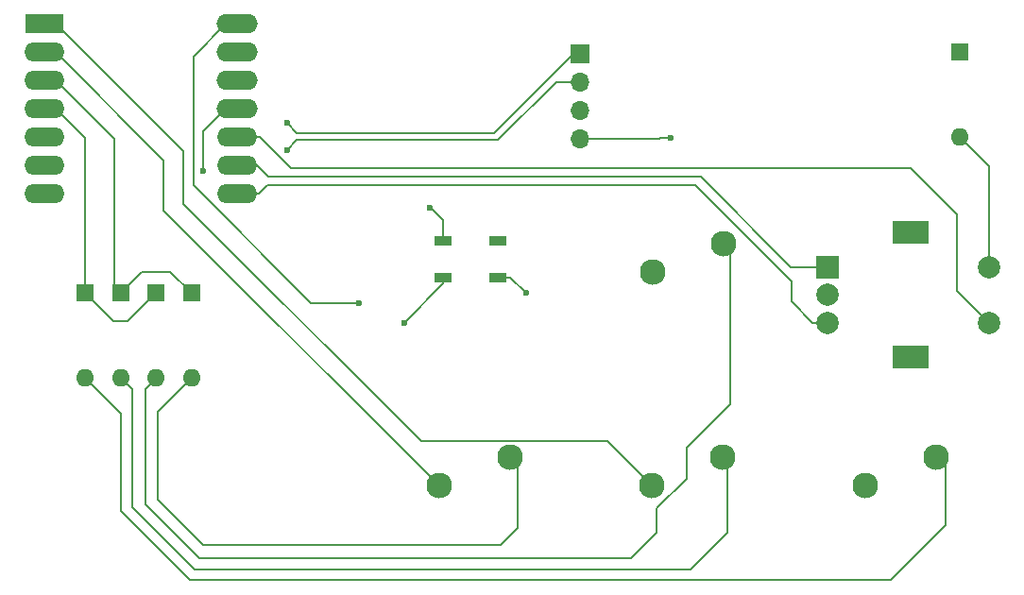
<source format=gbr>
%TF.GenerationSoftware,KiCad,Pcbnew,8.0.0*%
%TF.CreationDate,2024-10-07T09:35:36-04:00*%
%TF.ProjectId,orpheuspad_pcb,6f727068-6575-4737-9061-645f7063622e,rev?*%
%TF.SameCoordinates,Original*%
%TF.FileFunction,Copper,L1,Top*%
%TF.FilePolarity,Positive*%
%FSLAX46Y46*%
G04 Gerber Fmt 4.6, Leading zero omitted, Abs format (unit mm)*
G04 Created by KiCad (PCBNEW 8.0.0) date 2024-10-07 09:35:36*
%MOMM*%
%LPD*%
G01*
G04 APERTURE LIST*
%TA.AperFunction,ComponentPad*%
%ADD10R,1.600000X1.600000*%
%TD*%
%TA.AperFunction,ComponentPad*%
%ADD11O,1.600000X1.600000*%
%TD*%
%TA.AperFunction,ComponentPad*%
%ADD12R,3.500000X1.700000*%
%TD*%
%TA.AperFunction,ComponentPad*%
%ADD13O,3.600000X1.700000*%
%TD*%
%TA.AperFunction,ComponentPad*%
%ADD14O,3.700000X1.700000*%
%TD*%
%TA.AperFunction,ComponentPad*%
%ADD15R,1.700000X1.700000*%
%TD*%
%TA.AperFunction,ComponentPad*%
%ADD16O,1.700000X1.700000*%
%TD*%
%TA.AperFunction,ComponentPad*%
%ADD17C,2.300000*%
%TD*%
%TA.AperFunction,SMDPad,CuDef*%
%ADD18R,1.500000X0.900000*%
%TD*%
%TA.AperFunction,ComponentPad*%
%ADD19R,2.000000X2.000000*%
%TD*%
%TA.AperFunction,ComponentPad*%
%ADD20C,2.000000*%
%TD*%
%TA.AperFunction,ComponentPad*%
%ADD21R,3.200000X2.000000*%
%TD*%
%TA.AperFunction,ViaPad*%
%ADD22C,0.600000*%
%TD*%
%TA.AperFunction,Conductor*%
%ADD23C,0.200000*%
%TD*%
G04 APERTURE END LIST*
D10*
%TO.P,D4,1,K*%
%TO.N,ROW1*%
X110331250Y-99695000D03*
D11*
%TO.P,D4,2,A*%
%TO.N,Net-(D4-A)*%
X110331250Y-107315000D03*
%TD*%
D12*
%TO.P,U1,1,PA02_A0_D0*%
%TO.N,COL1*%
X103511000Y-75565000D03*
D13*
%TO.P,U1,2,PA4_A1_D1*%
%TO.N,COL0*%
X103511000Y-78105000D03*
%TO.P,U1,3,PA10_A2_D2*%
%TO.N,ROW1*%
X103511000Y-80645000D03*
%TO.P,U1,4,PA11_A3_D3*%
%TO.N,ROW0*%
X103511000Y-83185000D03*
%TO.P,U1,5,PA8_A4_D4_SDA*%
%TO.N,SDA*%
X103511000Y-85725000D03*
%TO.P,U1,6,PA9_A5_D5_SCL*%
%TO.N,SCL*%
X103511000Y-88265000D03*
%TO.P,U1,7,PB08_A6_D6_TX*%
%TO.N,unconnected-(U1-PB08_A6_D6_TX-Pad7)*%
X103511000Y-90805000D03*
%TO.P,U1,8,PB09_A7_D7_RX*%
%TO.N,EC11B*%
X120761000Y-90805000D03*
%TO.P,U1,9,PA7_A8_D8_SCK*%
%TO.N,EC11A*%
X120761000Y-88265000D03*
%TO.P,U1,10,PA5_A9_D9_MISO*%
%TO.N,COL2*%
X120761000Y-85725000D03*
D14*
%TO.P,U1,11,PA6_A10_D10_MOSI*%
%TO.N,WS2812B*%
X120761000Y-83185000D03*
%TO.P,U1,12,3V3*%
%TO.N,unconnected-(U1-3V3-Pad12)*%
X120761000Y-80645000D03*
%TO.P,U1,13,GND*%
%TO.N,GND*%
X120761000Y-78105000D03*
%TO.P,U1,14,5V*%
%TO.N,VCC*%
X120761000Y-75565000D03*
%TD*%
D10*
%TO.P,D1,1,K*%
%TO.N,ROW0*%
X113506250Y-99695000D03*
D11*
%TO.P,D1,2,A*%
%TO.N,Net-(D1-A)*%
X113506250Y-107315000D03*
%TD*%
D15*
%TO.P,J1,1,Pin_1*%
%TO.N,SDA*%
X151511000Y-78232000D03*
D16*
%TO.P,J1,2,Pin_2*%
%TO.N,SCL*%
X151511000Y-80772000D03*
%TO.P,J1,3,Pin_3*%
%TO.N,VCC*%
X151511000Y-83312000D03*
%TO.P,J1,4,Pin_4*%
%TO.N,GND*%
X151511000Y-85852000D03*
%TD*%
D17*
%TO.P,SW4,1,1*%
%TO.N,COL1*%
X157928000Y-116935250D03*
%TO.P,SW4,2,2*%
%TO.N,Net-(D4-A)*%
X164278000Y-114395250D03*
%TD*%
%TO.P,SW5,1,1*%
%TO.N,COL1*%
X177105000Y-116935250D03*
%TO.P,SW5,2,2*%
%TO.N,Net-(D2-A)*%
X183455000Y-114395250D03*
%TD*%
D18*
%TO.P,D6,1,VDD*%
%TO.N,VCC*%
X144145000Y-98296000D03*
%TO.P,D6,2,DOUT*%
%TO.N,unconnected-(D6-DOUT-Pad2)*%
X144145000Y-94996000D03*
%TO.P,D6,3,VSS*%
%TO.N,GND*%
X139245000Y-94996000D03*
%TO.P,D6,4,DIN*%
%TO.N,Net-(D5-DOUT)*%
X139245000Y-98296000D03*
%TD*%
D10*
%TO.P,D2,1,K*%
%TO.N,ROW0*%
X107156250Y-99695000D03*
D11*
%TO.P,D2,2,A*%
%TO.N,Net-(D2-A)*%
X107156250Y-107315000D03*
%TD*%
D19*
%TO.P,ENCODER,A,A*%
%TO.N,EC11A*%
X173669000Y-97365750D03*
D20*
%TO.P,ENCODER,B,B*%
%TO.N,EC11B*%
X173669000Y-102365750D03*
%TO.P,ENCODER,C,C*%
%TO.N,GND*%
X173669000Y-99865750D03*
D21*
%TO.P,ENCODER,MP*%
%TO.N,N/C*%
X181169000Y-94265750D03*
X181169000Y-105465750D03*
D20*
%TO.P,ENCODER,S1,S1*%
%TO.N,COL2*%
X188169000Y-102365750D03*
%TO.P,ENCODER,S2,S2*%
%TO.N,EC11SWA*%
X188169000Y-97365750D03*
%TD*%
D10*
%TO.P,D3,1,K*%
%TO.N,ROW1*%
X116681250Y-99695000D03*
D11*
%TO.P,D3,2,A*%
%TO.N,Net-(D3-A)*%
X116681250Y-107315000D03*
%TD*%
D10*
%TO.P,D9,1,K*%
%TO.N,ROW0*%
X185547000Y-78105000D03*
D11*
%TO.P,D9,2,A*%
%TO.N,EC11SWA*%
X185547000Y-85725000D03*
%TD*%
D17*
%TO.P,SW3,1,1*%
%TO.N,COL0*%
X138878000Y-116980000D03*
%TO.P,SW3,2,2*%
%TO.N,Net-(D3-A)*%
X145228000Y-114440000D03*
%TD*%
%TO.P,SW2,1,1*%
%TO.N,COL0*%
X157988000Y-97790000D03*
%TO.P,SW2,2,2*%
%TO.N,Net-(D1-A)*%
X164338000Y-95250000D03*
%TD*%
D22*
%TO.N,GND*%
X138080750Y-92043250D03*
X159647125Y-85843875D03*
%TO.N,VCC*%
X146685000Y-99695000D03*
X131701000Y-100584000D03*
%TO.N,SDA*%
X125222000Y-84455000D03*
%TO.N,SCL*%
X125222000Y-86875000D03*
%TO.N,WS2812B*%
X117729000Y-88773000D03*
%TO.N,Net-(D5-DOUT)*%
X135731250Y-102393750D03*
%TD*%
D23*
%TO.N,EC11SWA*%
X188169000Y-97365750D02*
X188200000Y-97334750D01*
X188200000Y-97334750D02*
X188200000Y-88378000D01*
X188200000Y-88378000D02*
X185547000Y-85725000D01*
%TO.N,Net-(D1-A)*%
X161036000Y-116332000D02*
X161036000Y-113601500D01*
X164973000Y-109664500D02*
X164973000Y-95885000D01*
X112522000Y-108299250D02*
X112522000Y-118618000D01*
X117348000Y-123444000D02*
X156083000Y-123444000D01*
X161036000Y-113601500D02*
X164973000Y-109664500D01*
X158369000Y-118999000D02*
X161036000Y-116332000D01*
X158369000Y-121158000D02*
X158369000Y-118999000D01*
X164973000Y-95885000D02*
X164338000Y-95250000D01*
X156083000Y-123444000D02*
X158369000Y-121158000D01*
X112522000Y-118618000D02*
X117348000Y-123444000D01*
X113506250Y-107315000D02*
X112522000Y-108299250D01*
%TO.N,ROW0*%
X104511000Y-83185000D02*
X107156250Y-85830250D01*
X109696250Y-102235000D02*
X107156250Y-99695000D01*
X107156250Y-85830250D02*
X107156250Y-99695000D01*
X110966250Y-102235000D02*
X109696250Y-102235000D01*
X113506250Y-99695000D02*
X110966250Y-102235000D01*
%TO.N,Net-(D2-A)*%
X110363000Y-119253000D02*
X116522500Y-125412500D01*
X107156250Y-107315000D02*
X110363000Y-110521750D01*
X116522500Y-125412500D02*
X179354279Y-125412500D01*
X184277000Y-120489779D02*
X184277000Y-115217250D01*
X184277000Y-115217250D02*
X183455000Y-114395250D01*
X110363000Y-110521750D02*
X110363000Y-119253000D01*
X179354279Y-125412500D02*
X184277000Y-120489779D01*
%TO.N,ROW1*%
X110331250Y-99695000D02*
X109728000Y-99091750D01*
X114776250Y-97790000D02*
X112236250Y-97790000D01*
X112236250Y-97790000D02*
X110331250Y-99695000D01*
X109728000Y-85862000D02*
X104511000Y-80645000D01*
X109728000Y-99091750D02*
X109728000Y-85862000D01*
X116681250Y-99695000D02*
X114776250Y-97790000D01*
%TO.N,EC11A*%
X123571000Y-89281000D02*
X122555000Y-88265000D01*
X122555000Y-88265000D02*
X119761000Y-88265000D01*
X173669000Y-97365750D02*
X170390750Y-97365750D01*
X162306000Y-89281000D02*
X123571000Y-89281000D01*
X170390750Y-97365750D02*
X162306000Y-89281000D01*
%TO.N,GND*%
X138080750Y-92043250D02*
X138144250Y-92043250D01*
X158623000Y-85852000D02*
X151511000Y-85852000D01*
X139245000Y-93144000D02*
X139245000Y-94996000D01*
X138144250Y-92043250D02*
X139245000Y-93144000D01*
X158631125Y-85843875D02*
X158623000Y-85852000D01*
X159647125Y-85843875D02*
X158631125Y-85843875D01*
%TO.N,EC11B*%
X122682000Y-90805000D02*
X123444000Y-90043000D01*
X119761000Y-90805000D02*
X122682000Y-90805000D01*
X170434000Y-98679000D02*
X170434000Y-100457000D01*
X123444000Y-90043000D02*
X161798000Y-90043000D01*
X161798000Y-90043000D02*
X170434000Y-98679000D01*
X172342750Y-102365750D02*
X173669000Y-102365750D01*
X170434000Y-100457000D02*
X172342750Y-102365750D01*
%TO.N,COL0*%
X138878000Y-116980000D02*
X114206750Y-92308750D01*
X114206750Y-87800750D02*
X104511000Y-78105000D01*
X114206750Y-92308750D02*
X114206750Y-87800750D01*
%TO.N,COL1*%
X115951000Y-91694000D02*
X115951000Y-87005000D01*
X115951000Y-87005000D02*
X104511000Y-75565000D01*
X153982750Y-112990000D02*
X137247000Y-112990000D01*
X137247000Y-112990000D02*
X115951000Y-91694000D01*
X157928000Y-116935250D02*
X153982750Y-112990000D01*
%TO.N,Net-(D3-A)*%
X145923000Y-115135000D02*
X145923000Y-120777000D01*
X144399000Y-122301000D02*
X117729000Y-122301000D01*
X145923000Y-120777000D02*
X144399000Y-122301000D01*
X113665000Y-110331250D02*
X116681250Y-107315000D01*
X113665000Y-118237000D02*
X113665000Y-110331250D01*
X145228000Y-114440000D02*
X145923000Y-115135000D01*
X117729000Y-122301000D02*
X113665000Y-118237000D01*
%TO.N,VCC*%
X116840000Y-90043000D02*
X116840000Y-78486000D01*
X116840000Y-78486000D02*
X119761000Y-75565000D01*
X145286000Y-98296000D02*
X144145000Y-98296000D01*
X127381000Y-100584000D02*
X116840000Y-90043000D01*
X131701000Y-100584000D02*
X127381000Y-100584000D01*
X146685000Y-99695000D02*
X145286000Y-98296000D01*
%TO.N,Net-(D4-A)*%
X116967000Y-124460000D02*
X161417000Y-124460000D01*
X161417000Y-124460000D02*
X164719000Y-121158000D01*
X111379000Y-108362750D02*
X111379000Y-118872000D01*
X164719000Y-114836250D02*
X164278000Y-114395250D01*
X111379000Y-118872000D02*
X116967000Y-124460000D01*
X164719000Y-121158000D02*
X164719000Y-114836250D01*
X110331250Y-107315000D02*
X111379000Y-108362750D01*
%TO.N,SDA*%
X143764000Y-85344000D02*
X150876000Y-78232000D01*
X125222000Y-84455000D02*
X126111000Y-85344000D01*
X126111000Y-85344000D02*
X143764000Y-85344000D01*
X150876000Y-78232000D02*
X151511000Y-78232000D01*
%TO.N,SCL*%
X126118000Y-85979000D02*
X144145000Y-85979000D01*
X144145000Y-85979000D02*
X149352000Y-80772000D01*
X125222000Y-86875000D02*
X126118000Y-85979000D01*
X149352000Y-80772000D02*
X151511000Y-80772000D01*
%TO.N,WS2812B*%
X117729000Y-85217000D02*
X119761000Y-83185000D01*
X117729000Y-88773000D02*
X117729000Y-85217000D01*
%TO.N,Net-(D5-DOUT)*%
X139245000Y-98296000D02*
X139245000Y-98880000D01*
X139245000Y-98880000D02*
X135731250Y-102393750D01*
%TO.N,COL2*%
X122809000Y-85725000D02*
X125603000Y-88519000D01*
X185293000Y-92646500D02*
X185293000Y-99489750D01*
X125603000Y-88519000D02*
X181165500Y-88519000D01*
X185293000Y-99489750D02*
X188169000Y-102365750D01*
X181165500Y-88519000D02*
X185293000Y-92646500D01*
X119761000Y-85725000D02*
X122809000Y-85725000D01*
%TD*%
M02*

</source>
